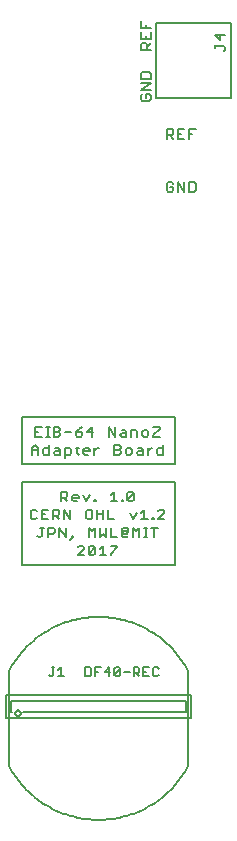
<source format=gto>
G75*
%MOIN*%
%OFA0B0*%
%FSLAX25Y25*%
%IPPOS*%
%LPD*%
%AMOC8*
5,1,8,0,0,1.08239X$1,22.5*
%
%ADD10C,0.00800*%
%ADD11C,0.00700*%
%ADD12C,0.00787*%
%ADD13C,0.00500*%
%ADD14C,0.00600*%
D10*
X0117209Y0114461D02*
X0116676Y0114995D01*
X0116676Y0117130D01*
X0117209Y0117664D01*
X0118277Y0117664D01*
X0118811Y0117130D01*
X0120359Y0117664D02*
X0120359Y0114461D01*
X0122494Y0114461D01*
X0124042Y0114461D02*
X0124042Y0117664D01*
X0125643Y0117664D01*
X0126177Y0117130D01*
X0126177Y0116062D01*
X0125643Y0115529D01*
X0124042Y0115529D01*
X0125109Y0115529D02*
X0126177Y0114461D01*
X0127725Y0114461D02*
X0127725Y0117664D01*
X0129860Y0114461D01*
X0129860Y0117664D01*
X0128939Y0120461D02*
X0127872Y0121529D01*
X0128406Y0121529D02*
X0126804Y0121529D01*
X0126804Y0120461D02*
X0126804Y0123664D01*
X0128406Y0123664D01*
X0128939Y0123130D01*
X0128939Y0122062D01*
X0128406Y0121529D01*
X0130487Y0121529D02*
X0132623Y0121529D01*
X0132623Y0122062D01*
X0132089Y0122596D01*
X0131021Y0122596D01*
X0130487Y0122062D01*
X0130487Y0120995D01*
X0131021Y0120461D01*
X0132089Y0120461D01*
X0134171Y0122596D02*
X0135238Y0120461D01*
X0136306Y0122596D01*
X0137854Y0120995D02*
X0138387Y0120995D01*
X0138387Y0120461D01*
X0137854Y0120461D01*
X0137854Y0120995D01*
X0138774Y0117664D02*
X0138774Y0114461D01*
X0138774Y0116062D02*
X0140910Y0116062D01*
X0140910Y0114461D02*
X0140910Y0117664D01*
X0142458Y0117664D02*
X0142458Y0114461D01*
X0144593Y0114461D01*
X0143378Y0111664D02*
X0143378Y0108461D01*
X0145514Y0108461D01*
X0147062Y0108995D02*
X0147062Y0111130D01*
X0147595Y0111664D01*
X0148663Y0111664D01*
X0149197Y0111130D01*
X0149197Y0110062D01*
X0148663Y0109529D01*
X0148663Y0110596D01*
X0147595Y0110596D01*
X0147595Y0109529D01*
X0148663Y0109529D01*
X0149197Y0108995D02*
X0148663Y0108461D01*
X0147595Y0108461D01*
X0147062Y0108995D01*
X0145514Y0105664D02*
X0143378Y0105664D01*
X0145514Y0105664D02*
X0145514Y0105130D01*
X0143378Y0102995D01*
X0143378Y0102461D01*
X0141830Y0102461D02*
X0139695Y0102461D01*
X0140763Y0102461D02*
X0140763Y0105664D01*
X0139695Y0104596D01*
X0138147Y0105130D02*
X0138147Y0102995D01*
X0137613Y0102461D01*
X0136546Y0102461D01*
X0136012Y0102995D01*
X0138147Y0105130D01*
X0137613Y0105664D01*
X0136546Y0105664D01*
X0136012Y0105130D01*
X0136012Y0102995D01*
X0134464Y0102461D02*
X0132329Y0102461D01*
X0134464Y0104596D01*
X0134464Y0105130D01*
X0133930Y0105664D01*
X0132863Y0105664D01*
X0132329Y0105130D01*
X0129874Y0107393D02*
X0130941Y0108461D01*
X0130407Y0108461D01*
X0130407Y0108995D01*
X0130941Y0108995D01*
X0130941Y0108461D01*
X0128326Y0108461D02*
X0128326Y0111664D01*
X0126190Y0111664D02*
X0126190Y0108461D01*
X0128326Y0108461D02*
X0126190Y0111664D01*
X0124642Y0111130D02*
X0124642Y0110062D01*
X0124109Y0109529D01*
X0122507Y0109529D01*
X0122507Y0108461D02*
X0122507Y0111664D01*
X0124109Y0111664D01*
X0124642Y0111130D01*
X0120959Y0111664D02*
X0119892Y0111664D01*
X0120425Y0111664D02*
X0120425Y0108995D01*
X0119892Y0108461D01*
X0119358Y0108461D01*
X0118824Y0108995D01*
X0118277Y0114461D02*
X0118811Y0114995D01*
X0118277Y0114461D02*
X0117209Y0114461D01*
X0120359Y0116062D02*
X0121426Y0116062D01*
X0120359Y0117664D02*
X0122494Y0117664D01*
X0135091Y0117130D02*
X0135091Y0114995D01*
X0135625Y0114461D01*
X0136693Y0114461D01*
X0137226Y0114995D01*
X0137226Y0117130D01*
X0136693Y0117664D01*
X0135625Y0117664D01*
X0135091Y0117130D01*
X0136012Y0111664D02*
X0137080Y0110596D01*
X0138147Y0111664D01*
X0138147Y0108461D01*
X0139695Y0108461D02*
X0139695Y0111664D01*
X0141830Y0111664D02*
X0141830Y0108461D01*
X0140763Y0109529D01*
X0139695Y0108461D01*
X0136012Y0108461D02*
X0136012Y0111664D01*
X0143378Y0120461D02*
X0145514Y0120461D01*
X0144446Y0120461D02*
X0144446Y0123664D01*
X0143378Y0122596D01*
X0147062Y0120995D02*
X0147595Y0120995D01*
X0147595Y0120461D01*
X0147062Y0120461D01*
X0147062Y0120995D01*
X0148903Y0120995D02*
X0151038Y0123130D01*
X0151038Y0120995D01*
X0150504Y0120461D01*
X0149437Y0120461D01*
X0148903Y0120995D01*
X0148903Y0123130D01*
X0149437Y0123664D01*
X0150504Y0123664D01*
X0151038Y0123130D01*
X0154575Y0117664D02*
X0154575Y0114461D01*
X0155642Y0114461D02*
X0153507Y0114461D01*
X0153507Y0116596D02*
X0154575Y0117664D01*
X0151959Y0116596D02*
X0150891Y0114461D01*
X0149824Y0116596D01*
X0150745Y0111664D02*
X0151812Y0110596D01*
X0152880Y0111664D01*
X0152880Y0108461D01*
X0154428Y0108461D02*
X0155495Y0108461D01*
X0154962Y0108461D02*
X0154962Y0111664D01*
X0155495Y0111664D02*
X0154428Y0111664D01*
X0156883Y0111664D02*
X0159018Y0111664D01*
X0157951Y0111664D02*
X0157951Y0108461D01*
X0157724Y0114461D02*
X0157190Y0114461D01*
X0157190Y0114995D01*
X0157724Y0114995D01*
X0157724Y0114461D01*
X0159032Y0114461D02*
X0161167Y0116596D01*
X0161167Y0117130D01*
X0160633Y0117664D01*
X0159566Y0117664D01*
X0159032Y0117130D01*
X0159032Y0114461D02*
X0161167Y0114461D01*
X0150745Y0111664D02*
X0150745Y0108461D01*
X0149891Y0136020D02*
X0150424Y0136554D01*
X0150424Y0137621D01*
X0149891Y0138155D01*
X0148823Y0138155D01*
X0148289Y0137621D01*
X0148289Y0136554D01*
X0148823Y0136020D01*
X0149891Y0136020D01*
X0151972Y0136554D02*
X0152506Y0137088D01*
X0154108Y0137088D01*
X0154108Y0137621D02*
X0154108Y0136020D01*
X0152506Y0136020D01*
X0151972Y0136554D01*
X0152506Y0138155D02*
X0153574Y0138155D01*
X0154108Y0137621D01*
X0155656Y0137088D02*
X0156723Y0138155D01*
X0157257Y0138155D01*
X0158725Y0137621D02*
X0159259Y0138155D01*
X0160860Y0138155D01*
X0160860Y0139223D02*
X0160860Y0136020D01*
X0159259Y0136020D01*
X0158725Y0136554D01*
X0158725Y0137621D01*
X0155656Y0138155D02*
X0155656Y0136020D01*
X0155415Y0142020D02*
X0155949Y0142554D01*
X0155949Y0143621D01*
X0155415Y0144155D01*
X0154348Y0144155D01*
X0153814Y0143621D01*
X0153814Y0142554D01*
X0154348Y0142020D01*
X0155415Y0142020D01*
X0157497Y0142020D02*
X0159632Y0142020D01*
X0157497Y0142020D02*
X0157497Y0142554D01*
X0159632Y0144689D01*
X0159632Y0145223D01*
X0157497Y0145223D01*
X0152266Y0143621D02*
X0152266Y0142020D01*
X0152266Y0143621D02*
X0151732Y0144155D01*
X0150131Y0144155D01*
X0150131Y0142020D01*
X0148583Y0142020D02*
X0146981Y0142020D01*
X0146448Y0142554D01*
X0146981Y0143088D01*
X0148583Y0143088D01*
X0148583Y0143621D02*
X0148583Y0142020D01*
X0148583Y0143621D02*
X0148049Y0144155D01*
X0146981Y0144155D01*
X0144900Y0145223D02*
X0144900Y0142020D01*
X0142765Y0145223D01*
X0142765Y0142020D01*
X0144606Y0139223D02*
X0146207Y0139223D01*
X0146741Y0138689D01*
X0146741Y0138155D01*
X0146207Y0137621D01*
X0144606Y0137621D01*
X0144606Y0136020D02*
X0144606Y0139223D01*
X0146207Y0137621D02*
X0146741Y0137088D01*
X0146741Y0136554D01*
X0146207Y0136020D01*
X0144606Y0136020D01*
X0139455Y0138155D02*
X0138921Y0138155D01*
X0137854Y0137088D01*
X0137854Y0138155D02*
X0137854Y0136020D01*
X0136306Y0137088D02*
X0134171Y0137088D01*
X0134171Y0137621D02*
X0134704Y0138155D01*
X0135772Y0138155D01*
X0136306Y0137621D01*
X0136306Y0137088D01*
X0135772Y0136020D02*
X0134704Y0136020D01*
X0134171Y0136554D01*
X0134171Y0137621D01*
X0132783Y0138155D02*
X0131715Y0138155D01*
X0132249Y0138689D02*
X0132249Y0136554D01*
X0132783Y0136020D01*
X0130167Y0136554D02*
X0130167Y0137621D01*
X0129633Y0138155D01*
X0128032Y0138155D01*
X0128032Y0134952D01*
X0128032Y0136020D02*
X0129633Y0136020D01*
X0130167Y0136554D01*
X0126484Y0137088D02*
X0124883Y0137088D01*
X0124349Y0136554D01*
X0124883Y0136020D01*
X0126484Y0136020D01*
X0126484Y0137621D01*
X0125950Y0138155D01*
X0124883Y0138155D01*
X0122801Y0138155D02*
X0121199Y0138155D01*
X0120666Y0137621D01*
X0120666Y0136554D01*
X0121199Y0136020D01*
X0122801Y0136020D01*
X0122801Y0139223D01*
X0122961Y0142020D02*
X0121893Y0142020D01*
X0122427Y0142020D02*
X0122427Y0145223D01*
X0121893Y0145223D02*
X0122961Y0145223D01*
X0124349Y0145223D02*
X0125950Y0145223D01*
X0126484Y0144689D01*
X0126484Y0144155D01*
X0125950Y0143621D01*
X0124349Y0143621D01*
X0124349Y0142020D02*
X0124349Y0145223D01*
X0125950Y0143621D02*
X0126484Y0143088D01*
X0126484Y0142554D01*
X0125950Y0142020D01*
X0124349Y0142020D01*
X0120345Y0142020D02*
X0118210Y0142020D01*
X0118210Y0145223D01*
X0120345Y0145223D01*
X0119278Y0143621D02*
X0118210Y0143621D01*
X0118050Y0139223D02*
X0116983Y0138155D01*
X0116983Y0136020D01*
X0116983Y0137621D02*
X0119118Y0137621D01*
X0119118Y0138155D02*
X0119118Y0136020D01*
X0119118Y0138155D02*
X0118050Y0139223D01*
X0128032Y0143621D02*
X0130167Y0143621D01*
X0131715Y0143621D02*
X0131715Y0142554D01*
X0132249Y0142020D01*
X0133316Y0142020D01*
X0133850Y0142554D01*
X0133850Y0143088D01*
X0133316Y0143621D01*
X0131715Y0143621D01*
X0132783Y0144689D01*
X0133850Y0145223D01*
X0135398Y0143621D02*
X0137533Y0143621D01*
X0137000Y0142020D02*
X0137000Y0145223D01*
X0135398Y0143621D01*
D11*
X0113705Y0148494D02*
X0113705Y0132746D01*
X0164886Y0132746D01*
X0164886Y0148494D01*
X0113705Y0148494D01*
X0113705Y0126841D02*
X0164886Y0126841D01*
X0164886Y0099281D01*
X0113705Y0099281D01*
X0113705Y0126841D01*
X0162611Y0223616D02*
X0163712Y0223616D01*
X0164262Y0224166D01*
X0164262Y0225267D01*
X0163161Y0225267D01*
X0162060Y0226368D02*
X0162060Y0224166D01*
X0162611Y0223616D01*
X0162060Y0226368D02*
X0162611Y0226919D01*
X0163712Y0226919D01*
X0164262Y0226368D01*
X0165744Y0226919D02*
X0165744Y0223616D01*
X0167945Y0223616D02*
X0165744Y0226919D01*
X0167945Y0226919D02*
X0167945Y0223616D01*
X0169427Y0223616D02*
X0171078Y0223616D01*
X0171629Y0224166D01*
X0171629Y0226368D01*
X0171078Y0226919D01*
X0169427Y0226919D01*
X0169427Y0223616D01*
X0169427Y0241332D02*
X0169427Y0244635D01*
X0171629Y0244635D01*
X0170528Y0242984D02*
X0169427Y0242984D01*
X0167945Y0244635D02*
X0165744Y0244635D01*
X0165744Y0241332D01*
X0167945Y0241332D01*
X0166844Y0242984D02*
X0165744Y0242984D01*
X0164262Y0242984D02*
X0164262Y0244085D01*
X0163712Y0244635D01*
X0162060Y0244635D01*
X0162060Y0241332D01*
X0162060Y0242433D02*
X0163712Y0242433D01*
X0164262Y0242984D01*
X0163161Y0242433D02*
X0164262Y0241332D01*
X0156143Y0253936D02*
X0153941Y0253936D01*
X0153390Y0254487D01*
X0153390Y0255588D01*
X0153941Y0256138D01*
X0155042Y0256138D02*
X0155042Y0255037D01*
X0155042Y0256138D02*
X0156143Y0256138D01*
X0156693Y0255588D01*
X0156693Y0254487D01*
X0156143Y0253936D01*
X0156693Y0257620D02*
X0153390Y0257620D01*
X0156693Y0259821D01*
X0153390Y0259821D01*
X0153390Y0261303D02*
X0153390Y0262954D01*
X0153941Y0263505D01*
X0156143Y0263505D01*
X0156693Y0262954D01*
X0156693Y0261303D01*
X0153390Y0261303D01*
X0153390Y0270891D02*
X0153390Y0272543D01*
X0153941Y0273093D01*
X0155042Y0273093D01*
X0155592Y0272543D01*
X0155592Y0270891D01*
X0155592Y0271992D02*
X0156693Y0273093D01*
X0156693Y0274574D02*
X0153390Y0274574D01*
X0153390Y0276776D01*
X0153390Y0278258D02*
X0153390Y0280459D01*
X0155042Y0279359D02*
X0155042Y0278258D01*
X0156693Y0278258D02*
X0153390Y0278258D01*
X0155042Y0275675D02*
X0155042Y0274574D01*
X0156693Y0274574D02*
X0156693Y0276776D01*
X0156693Y0270891D02*
X0153390Y0270891D01*
X0178264Y0271594D02*
X0178264Y0272695D01*
X0178264Y0272145D02*
X0181017Y0272145D01*
X0181567Y0271594D01*
X0181567Y0271044D01*
X0181017Y0270494D01*
X0179916Y0274177D02*
X0178264Y0275828D01*
X0181567Y0275828D01*
X0179916Y0276379D02*
X0179916Y0274177D01*
D12*
X0169217Y0063848D02*
X0169217Y0032352D01*
X0169216Y0032352D02*
X0168823Y0031627D01*
X0168412Y0030911D01*
X0167983Y0030205D01*
X0167538Y0029510D01*
X0167076Y0028826D01*
X0166597Y0028154D01*
X0166102Y0027493D01*
X0165591Y0026845D01*
X0165065Y0026210D01*
X0164523Y0025587D01*
X0163965Y0024978D01*
X0163394Y0024383D01*
X0162808Y0023802D01*
X0162208Y0023235D01*
X0161594Y0022683D01*
X0160967Y0022146D01*
X0160327Y0021625D01*
X0159674Y0021120D01*
X0159010Y0020630D01*
X0158333Y0020157D01*
X0157645Y0019701D01*
X0156947Y0019261D01*
X0156238Y0018839D01*
X0155518Y0018434D01*
X0154789Y0018047D01*
X0154051Y0017678D01*
X0153304Y0017327D01*
X0152549Y0016994D01*
X0151786Y0016680D01*
X0151015Y0016384D01*
X0150237Y0016108D01*
X0149453Y0015850D01*
X0148663Y0015612D01*
X0147867Y0015393D01*
X0147066Y0015193D01*
X0146261Y0015013D01*
X0145451Y0014853D01*
X0144638Y0014713D01*
X0143821Y0014592D01*
X0143002Y0014492D01*
X0142180Y0014411D01*
X0141357Y0014351D01*
X0140533Y0014311D01*
X0139708Y0014291D01*
X0138882Y0014291D01*
X0138057Y0014311D01*
X0137233Y0014351D01*
X0136410Y0014411D01*
X0135588Y0014492D01*
X0134769Y0014592D01*
X0133952Y0014713D01*
X0133139Y0014853D01*
X0132329Y0015013D01*
X0131524Y0015193D01*
X0130723Y0015393D01*
X0129927Y0015612D01*
X0129137Y0015850D01*
X0128353Y0016108D01*
X0127575Y0016384D01*
X0126804Y0016680D01*
X0126041Y0016994D01*
X0125286Y0017327D01*
X0124539Y0017678D01*
X0123801Y0018047D01*
X0123072Y0018434D01*
X0122352Y0018839D01*
X0121643Y0019261D01*
X0120945Y0019701D01*
X0120257Y0020157D01*
X0119580Y0020630D01*
X0118916Y0021120D01*
X0118263Y0021625D01*
X0117623Y0022146D01*
X0116996Y0022683D01*
X0116382Y0023235D01*
X0115782Y0023802D01*
X0115196Y0024383D01*
X0114625Y0024978D01*
X0114067Y0025587D01*
X0113525Y0026210D01*
X0112999Y0026845D01*
X0112488Y0027493D01*
X0111993Y0028154D01*
X0111514Y0028826D01*
X0111052Y0029510D01*
X0110607Y0030205D01*
X0110178Y0030911D01*
X0109767Y0031627D01*
X0109374Y0032352D01*
X0109374Y0063848D01*
X0109767Y0064573D01*
X0110178Y0065289D01*
X0110607Y0065995D01*
X0111052Y0066690D01*
X0111514Y0067374D01*
X0111993Y0068046D01*
X0112488Y0068707D01*
X0112999Y0069355D01*
X0113525Y0069990D01*
X0114067Y0070613D01*
X0114625Y0071222D01*
X0115196Y0071817D01*
X0115782Y0072398D01*
X0116382Y0072965D01*
X0116996Y0073517D01*
X0117623Y0074054D01*
X0118263Y0074575D01*
X0118916Y0075080D01*
X0119580Y0075570D01*
X0120257Y0076043D01*
X0120945Y0076499D01*
X0121643Y0076939D01*
X0122352Y0077361D01*
X0123072Y0077766D01*
X0123801Y0078153D01*
X0124539Y0078522D01*
X0125286Y0078873D01*
X0126041Y0079206D01*
X0126804Y0079520D01*
X0127575Y0079816D01*
X0128353Y0080092D01*
X0129137Y0080350D01*
X0129927Y0080588D01*
X0130723Y0080807D01*
X0131524Y0081007D01*
X0132329Y0081187D01*
X0133139Y0081347D01*
X0133952Y0081487D01*
X0134769Y0081608D01*
X0135588Y0081708D01*
X0136410Y0081789D01*
X0137233Y0081849D01*
X0138057Y0081889D01*
X0138882Y0081909D01*
X0139708Y0081909D01*
X0140533Y0081889D01*
X0141357Y0081849D01*
X0142180Y0081789D01*
X0143002Y0081708D01*
X0143821Y0081608D01*
X0144638Y0081487D01*
X0145451Y0081347D01*
X0146261Y0081187D01*
X0147066Y0081007D01*
X0147867Y0080807D01*
X0148663Y0080588D01*
X0149453Y0080350D01*
X0150237Y0080092D01*
X0151015Y0079816D01*
X0151786Y0079520D01*
X0152549Y0079206D01*
X0153304Y0078873D01*
X0154051Y0078522D01*
X0154789Y0078153D01*
X0155518Y0077766D01*
X0156238Y0077361D01*
X0156947Y0076939D01*
X0157645Y0076499D01*
X0158333Y0076043D01*
X0159010Y0075570D01*
X0159674Y0075080D01*
X0160327Y0074575D01*
X0160967Y0074054D01*
X0161594Y0073517D01*
X0162208Y0072965D01*
X0162808Y0072398D01*
X0163394Y0071817D01*
X0163965Y0071222D01*
X0164523Y0070613D01*
X0165065Y0069990D01*
X0165591Y0069355D01*
X0166102Y0068707D01*
X0166597Y0068046D01*
X0167076Y0067374D01*
X0167538Y0066690D01*
X0167983Y0065995D01*
X0168412Y0065289D01*
X0168823Y0064573D01*
X0169216Y0063848D01*
D13*
X0170004Y0048100D02*
X0108587Y0048100D01*
X0108587Y0055974D01*
X0170004Y0055974D01*
X0170004Y0048100D01*
X0168429Y0050069D02*
X0114098Y0050069D01*
X0111537Y0049855D02*
X0111539Y0049915D01*
X0111545Y0049974D01*
X0111555Y0050033D01*
X0111569Y0050091D01*
X0111586Y0050148D01*
X0111608Y0050204D01*
X0111633Y0050258D01*
X0111662Y0050311D01*
X0111694Y0050361D01*
X0111729Y0050409D01*
X0111768Y0050455D01*
X0111809Y0050498D01*
X0111854Y0050538D01*
X0111901Y0050575D01*
X0111950Y0050609D01*
X0112001Y0050639D01*
X0112055Y0050666D01*
X0112110Y0050689D01*
X0112166Y0050709D01*
X0112224Y0050725D01*
X0112282Y0050737D01*
X0112342Y0050745D01*
X0112401Y0050749D01*
X0112461Y0050749D01*
X0112520Y0050745D01*
X0112580Y0050737D01*
X0112638Y0050725D01*
X0112696Y0050709D01*
X0112752Y0050689D01*
X0112807Y0050666D01*
X0112861Y0050639D01*
X0112912Y0050609D01*
X0112961Y0050575D01*
X0113008Y0050538D01*
X0113053Y0050498D01*
X0113094Y0050455D01*
X0113133Y0050409D01*
X0113168Y0050361D01*
X0113200Y0050311D01*
X0113229Y0050258D01*
X0113254Y0050204D01*
X0113276Y0050148D01*
X0113293Y0050091D01*
X0113307Y0050033D01*
X0113317Y0049974D01*
X0113323Y0049915D01*
X0113325Y0049855D01*
X0113323Y0049795D01*
X0113317Y0049736D01*
X0113307Y0049677D01*
X0113293Y0049619D01*
X0113276Y0049562D01*
X0113254Y0049506D01*
X0113229Y0049452D01*
X0113200Y0049399D01*
X0113168Y0049349D01*
X0113133Y0049301D01*
X0113094Y0049255D01*
X0113053Y0049212D01*
X0113008Y0049172D01*
X0112961Y0049135D01*
X0112912Y0049101D01*
X0112861Y0049071D01*
X0112807Y0049044D01*
X0112752Y0049021D01*
X0112696Y0049001D01*
X0112638Y0048985D01*
X0112580Y0048973D01*
X0112520Y0048965D01*
X0112461Y0048961D01*
X0112401Y0048961D01*
X0112342Y0048965D01*
X0112282Y0048973D01*
X0112224Y0048985D01*
X0112166Y0049001D01*
X0112110Y0049021D01*
X0112055Y0049044D01*
X0112001Y0049071D01*
X0111950Y0049101D01*
X0111901Y0049135D01*
X0111854Y0049172D01*
X0111809Y0049212D01*
X0111768Y0049255D01*
X0111729Y0049301D01*
X0111694Y0049349D01*
X0111662Y0049399D01*
X0111633Y0049452D01*
X0111608Y0049506D01*
X0111586Y0049562D01*
X0111569Y0049619D01*
X0111555Y0049677D01*
X0111545Y0049736D01*
X0111539Y0049795D01*
X0111537Y0049855D01*
X0110555Y0050069D02*
X0110161Y0050069D01*
X0110161Y0054006D01*
X0168429Y0054006D01*
X0168429Y0050069D01*
X0158291Y0255010D02*
X0183291Y0255010D01*
X0183291Y0280010D01*
X0158291Y0280010D01*
X0158291Y0255010D01*
D14*
X0157914Y0065082D02*
X0157430Y0064599D01*
X0157430Y0062664D01*
X0157914Y0062180D01*
X0158881Y0062180D01*
X0159365Y0062664D01*
X0159365Y0064599D02*
X0158881Y0065082D01*
X0157914Y0065082D01*
X0156142Y0065082D02*
X0154207Y0065082D01*
X0154207Y0062180D01*
X0156142Y0062180D01*
X0155175Y0063631D02*
X0154207Y0063631D01*
X0152920Y0063631D02*
X0152436Y0063147D01*
X0150985Y0063147D01*
X0151952Y0063147D02*
X0152920Y0062180D01*
X0152920Y0063631D02*
X0152920Y0064599D01*
X0152436Y0065082D01*
X0150985Y0065082D01*
X0150985Y0062180D01*
X0149697Y0063631D02*
X0147762Y0063631D01*
X0146474Y0062664D02*
X0145990Y0062180D01*
X0145023Y0062180D01*
X0144539Y0062664D01*
X0146474Y0064599D01*
X0146474Y0062664D01*
X0146474Y0064599D02*
X0145990Y0065082D01*
X0145023Y0065082D01*
X0144539Y0064599D01*
X0144539Y0062664D01*
X0143251Y0063631D02*
X0141316Y0063631D01*
X0142768Y0065082D01*
X0142768Y0062180D01*
X0140029Y0065082D02*
X0138094Y0065082D01*
X0138094Y0062180D01*
X0136806Y0062664D02*
X0136806Y0064599D01*
X0136322Y0065082D01*
X0134871Y0065082D01*
X0134871Y0062180D01*
X0136322Y0062180D01*
X0136806Y0062664D01*
X0138094Y0063631D02*
X0139061Y0063631D01*
X0127824Y0062180D02*
X0125889Y0062180D01*
X0126856Y0062180D02*
X0126856Y0065082D01*
X0125889Y0064115D01*
X0124601Y0065082D02*
X0123634Y0065082D01*
X0124117Y0065082D02*
X0124117Y0062664D01*
X0123634Y0062180D01*
X0123150Y0062180D01*
X0122666Y0062664D01*
M02*

</source>
